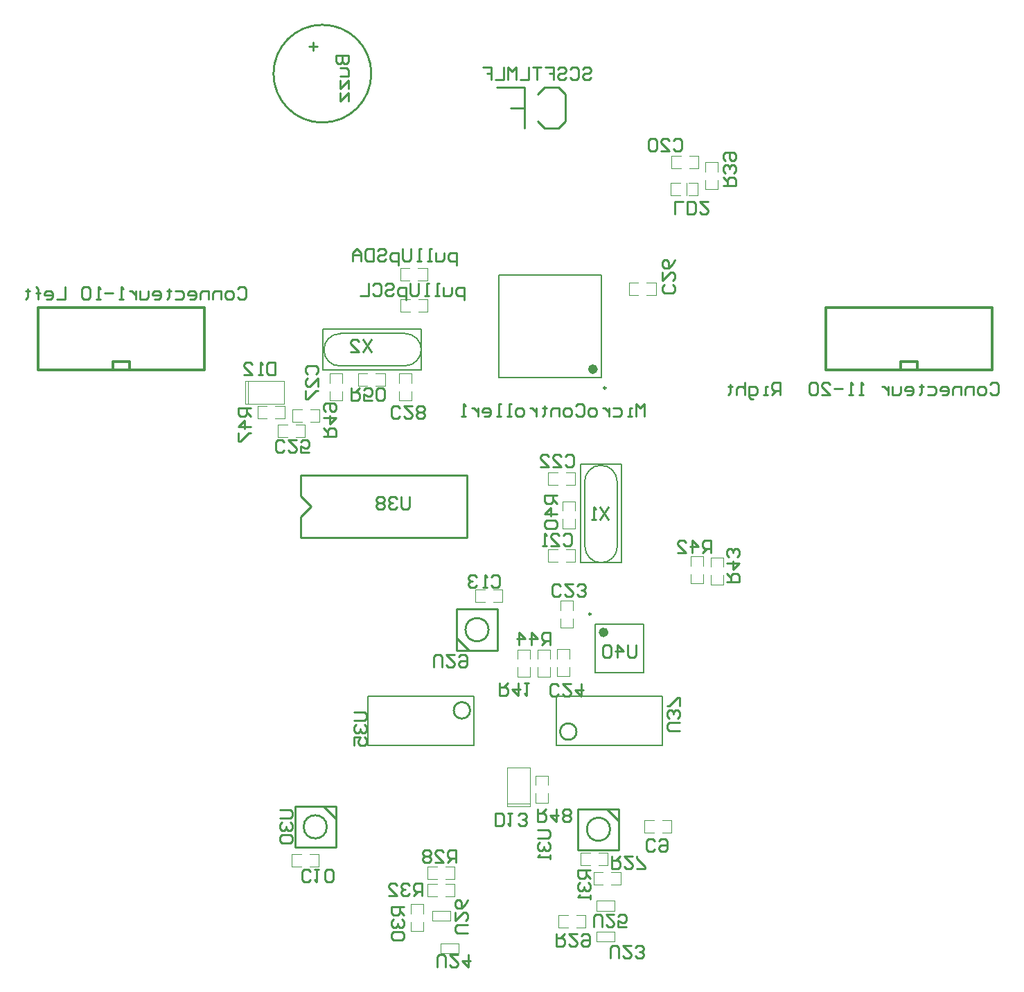
<source format=gbo>
%FSLAX24Y24*%
%MOIN*%
G70*
G01*
G75*
G04 Layer_Color=32896*
%ADD10R,0.0400X0.0500*%
%ADD11R,0.0800X0.0800*%
%ADD12R,0.0500X0.0400*%
%ADD13R,0.0394X0.0787*%
%ADD14R,0.0787X0.0394*%
%ADD15R,0.0433X0.0236*%
%ADD16R,0.0295X0.0118*%
%ADD17R,0.0870X0.0866*%
%ADD18R,0.1335X0.0772*%
%ADD19R,0.0787X0.1378*%
%ADD20R,0.0800X0.0800*%
%ADD21R,0.0394X0.0217*%
G04:AMPARAMS|DCode=22|XSize=90.6mil|YSize=295.3mil|CornerRadius=0mil|HoleSize=0mil|Usage=FLASHONLY|Rotation=167.000|XOffset=0mil|YOffset=0mil|HoleType=Round|Shape=Rectangle|*
%AMROTATEDRECTD22*
4,1,4,0.0773,0.1337,0.0109,-0.1540,-0.0773,-0.1337,-0.0109,0.1540,0.0773,0.1337,0.0*
%
%ADD22ROTATEDRECTD22*%

G04:AMPARAMS|DCode=23|XSize=90.6mil|YSize=295.3mil|CornerRadius=0mil|HoleSize=0mil|Usage=FLASHONLY|Rotation=192.000|XOffset=0mil|YOffset=0mil|HoleType=Round|Shape=Rectangle|*
%AMROTATEDRECTD23*
4,1,4,0.0136,0.1538,0.0750,-0.1350,-0.0136,-0.1538,-0.0750,0.1350,0.0136,0.1538,0.0*
%
%ADD23ROTATEDRECTD23*%

%ADD24R,0.0354X0.0591*%
%ADD25R,0.0236X0.0433*%
%ADD26R,0.0453X0.0591*%
%ADD27R,0.0157X0.0591*%
%ADD28C,0.0250*%
%ADD29C,0.0315*%
%ADD30C,0.0200*%
%ADD31C,0.0120*%
%ADD32C,0.0100*%
%ADD33C,0.0157*%
%ADD34C,0.0500*%
%ADD35C,0.0394*%
%ADD36C,0.0197*%
%ADD37C,0.0238*%
%ADD38C,0.0217*%
%ADD39C,0.0161*%
%ADD40C,0.0150*%
%ADD41C,0.0700*%
%ADD42C,0.0551*%
G04:AMPARAMS|DCode=43|XSize=99.4mil|YSize=60mil|CornerRadius=0mil|HoleSize=0mil|Usage=FLASHONLY|Rotation=45.000|XOffset=0mil|YOffset=0mil|HoleType=Round|Shape=Round|*
%AMOVALD43*
21,1,0.0394,0.0600,0.0000,0.0000,45.0*
1,1,0.0600,-0.0139,-0.0139*
1,1,0.0600,0.0139,0.0139*
%
%ADD43OVALD43*%

G04:AMPARAMS|DCode=44|XSize=99.4mil|YSize=60mil|CornerRadius=0mil|HoleSize=0mil|Usage=FLASHONLY|Rotation=45.000|XOffset=0mil|YOffset=0mil|HoleType=Round|Shape=Rectangle|*
%AMROTATEDRECTD44*
4,1,4,-0.0139,-0.0563,-0.0563,-0.0139,0.0139,0.0563,0.0563,0.0139,-0.0139,-0.0563,0.0*
%
%ADD44ROTATEDRECTD44*%

%ADD45C,0.0600*%
%ADD46C,0.0591*%
%ADD47R,0.0591X0.0591*%
%ADD48R,0.0591X0.0591*%
G04:AMPARAMS|DCode=49|XSize=60mil|YSize=99.4mil|CornerRadius=0mil|HoleSize=0mil|Usage=FLASHONLY|Rotation=20.000|XOffset=0mil|YOffset=0mil|HoleType=Round|Shape=Round|*
%AMOVALD49*
21,1,0.0394,0.0600,0.0000,0.0000,110.0*
1,1,0.0600,0.0067,-0.0185*
1,1,0.0600,-0.0067,0.0185*
%
%ADD49OVALD49*%

G04:AMPARAMS|DCode=50|XSize=60mil|YSize=99.4mil|CornerRadius=0mil|HoleSize=0mil|Usage=FLASHONLY|Rotation=340.000|XOffset=0mil|YOffset=0mil|HoleType=Round|Shape=Round|*
%AMOVALD50*
21,1,0.0394,0.0600,0.0000,0.0000,70.0*
1,1,0.0600,-0.0067,-0.0185*
1,1,0.0600,0.0067,0.0185*
%
%ADD50OVALD50*%

G04:AMPARAMS|DCode=51|XSize=86.6mil|YSize=63mil|CornerRadius=15.7mil|HoleSize=0mil|Usage=FLASHONLY|Rotation=90.000|XOffset=0mil|YOffset=0mil|HoleType=Round|Shape=RoundedRectangle|*
%AMROUNDEDRECTD51*
21,1,0.0866,0.0315,0,0,90.0*
21,1,0.0551,0.0630,0,0,90.0*
1,1,0.0315,0.0157,0.0276*
1,1,0.0315,0.0157,-0.0276*
1,1,0.0315,-0.0157,-0.0276*
1,1,0.0315,-0.0157,0.0276*
%
%ADD51ROUNDEDRECTD51*%
%ADD52C,0.1654*%
%ADD53C,0.0500*%
%ADD54R,0.0591X0.0354*%
%ADD55R,0.0315X0.0354*%
%ADD56R,0.2165X0.0787*%
%ADD57R,0.0866X0.0870*%
%ADD58R,0.0787X0.2165*%
%ADD59O,0.0217X0.0650*%
%ADD60O,0.0650X0.0217*%
%ADD61O,0.0118X0.0709*%
%ADD62O,0.0709X0.0118*%
%ADD63C,0.0120*%
%ADD64C,0.0080*%
%ADD65C,0.0020*%
%ADD66C,0.0079*%
%ADD67C,0.0039*%
%ADD68C,0.0020*%
%ADD69C,0.0061*%
%ADD70R,0.0480X0.0580*%
%ADD71R,0.0880X0.0880*%
%ADD72R,0.0580X0.0480*%
%ADD73R,0.0433X0.0827*%
%ADD74R,0.0827X0.0433*%
%ADD75R,0.0513X0.0316*%
%ADD76R,0.0335X0.0157*%
%ADD77R,0.0950X0.0946*%
%ADD78R,0.1374X0.0811*%
%ADD79R,0.1575X0.2165*%
%ADD80R,0.0880X0.0880*%
%ADD81R,0.0433X0.0256*%
G04:AMPARAMS|DCode=82|XSize=98.6mil|YSize=303.3mil|CornerRadius=0mil|HoleSize=0mil|Usage=FLASHONLY|Rotation=167.000|XOffset=0mil|YOffset=0mil|HoleType=Round|Shape=Rectangle|*
%AMROTATEDRECTD82*
4,1,4,0.0821,0.1367,0.0139,-0.1588,-0.0821,-0.1367,-0.0139,0.1588,0.0821,0.1367,0.0*
%
%ADD82ROTATEDRECTD82*%

G04:AMPARAMS|DCode=83|XSize=98.6mil|YSize=303.3mil|CornerRadius=0mil|HoleSize=0mil|Usage=FLASHONLY|Rotation=192.000|XOffset=0mil|YOffset=0mil|HoleType=Round|Shape=Rectangle|*
%AMROTATEDRECTD83*
4,1,4,0.0167,0.1586,0.0797,-0.1381,-0.0167,-0.1586,-0.0797,0.1381,0.0167,0.1586,0.0*
%
%ADD83ROTATEDRECTD83*%

%ADD84R,0.0434X0.0671*%
%ADD85R,0.0276X0.0472*%
%ADD86R,0.0492X0.0630*%
%ADD87R,0.0197X0.0630*%
%ADD88C,0.0780*%
G04:AMPARAMS|DCode=89|XSize=107.4mil|YSize=68mil|CornerRadius=0mil|HoleSize=0mil|Usage=FLASHONLY|Rotation=45.000|XOffset=0mil|YOffset=0mil|HoleType=Round|Shape=Round|*
%AMOVALD89*
21,1,0.0394,0.0680,0.0000,0.0000,45.0*
1,1,0.0680,-0.0139,-0.0139*
1,1,0.0680,0.0139,0.0139*
%
%ADD89OVALD89*%

G04:AMPARAMS|DCode=90|XSize=107.4mil|YSize=68mil|CornerRadius=0mil|HoleSize=0mil|Usage=FLASHONLY|Rotation=45.000|XOffset=0mil|YOffset=0mil|HoleType=Round|Shape=Rectangle|*
%AMROTATEDRECTD90*
4,1,4,-0.0139,-0.0620,-0.0620,-0.0139,0.0139,0.0620,0.0620,0.0139,-0.0139,-0.0620,0.0*
%
%ADD90ROTATEDRECTD90*%

%ADD91C,0.0680*%
%ADD92C,0.0671*%
%ADD93R,0.0671X0.0671*%
%ADD94R,0.0671X0.0671*%
%ADD95C,0.0080*%
G04:AMPARAMS|DCode=96|XSize=68mil|YSize=107.4mil|CornerRadius=0mil|HoleSize=0mil|Usage=FLASHONLY|Rotation=20.000|XOffset=0mil|YOffset=0mil|HoleType=Round|Shape=Round|*
%AMOVALD96*
21,1,0.0394,0.0680,0.0000,0.0000,110.0*
1,1,0.0680,0.0067,-0.0185*
1,1,0.0680,-0.0067,0.0185*
%
%ADD96OVALD96*%

G04:AMPARAMS|DCode=97|XSize=68mil|YSize=107.4mil|CornerRadius=0mil|HoleSize=0mil|Usage=FLASHONLY|Rotation=340.000|XOffset=0mil|YOffset=0mil|HoleType=Round|Shape=Round|*
%AMOVALD97*
21,1,0.0394,0.0680,0.0000,0.0000,70.0*
1,1,0.0680,-0.0067,-0.0185*
1,1,0.0680,0.0067,0.0185*
%
%ADD97OVALD97*%

G04:AMPARAMS|DCode=98|XSize=90.6mil|YSize=66.9mil|CornerRadius=17.7mil|HoleSize=0mil|Usage=FLASHONLY|Rotation=90.000|XOffset=0mil|YOffset=0mil|HoleType=Round|Shape=RoundedRectangle|*
%AMROUNDEDRECTD98*
21,1,0.0906,0.0315,0,0,90.0*
21,1,0.0551,0.0669,0,0,90.0*
1,1,0.0354,0.0157,0.0276*
1,1,0.0354,0.0157,-0.0276*
1,1,0.0354,-0.0157,-0.0276*
1,1,0.0354,-0.0157,0.0276*
%
%ADD98ROUNDEDRECTD98*%
%ADD99C,0.0630*%
%ADD100C,0.1734*%
%ADD101C,0.0580*%
%ADD102R,0.0671X0.0434*%
%ADD103R,0.0395X0.0434*%
%ADD104R,0.2245X0.0867*%
%ADD105R,0.0946X0.0950*%
%ADD106R,0.0867X0.2245*%
%ADD107O,0.0297X0.0730*%
%ADD108O,0.0730X0.0297*%
%ADD109O,0.0198X0.0789*%
%ADD110O,0.0789X0.0198*%
%ADD111C,0.0050*%
%ADD112C,0.0098*%
%ADD113C,0.0236*%
G54D31*
X22961Y6551D02*
Y9551D01*
X19361Y6551D02*
Y6951D01*
X18561D02*
X19361D01*
X18561Y6551D02*
Y6951D01*
X14961Y6551D02*
X22961D01*
X14961Y9551D02*
X22961D01*
X14961Y6551D02*
Y9551D01*
X-14961Y6551D02*
Y9551D01*
X-18561Y6551D02*
Y6951D01*
X-19361D02*
X-18561D01*
X-19361Y6551D02*
Y6951D01*
X-22961Y6551D02*
X-14961D01*
X-22961Y9551D02*
X-14961D01*
X-22961Y6551D02*
Y9551D01*
G54D32*
X-2165Y-9815D02*
G03*
X-2165Y-9815I-394J0D01*
G01*
X2953Y-10839D02*
G03*
X2953Y-10839I-394J0D01*
G01*
X-1277Y-5934D02*
G03*
X-1277Y-5934I-557J0D01*
G01*
X-9058Y-15419D02*
G03*
X-9058Y-15419I-557J0D01*
G01*
X4567Y-15536D02*
G03*
X4567Y-15536I-557J0D01*
G01*
X-6920Y20821D02*
G03*
X-6920Y20821I-2352J0D01*
G01*
X-2818Y-4949D02*
X-849D01*
X-2818Y-6918D02*
Y-4949D01*
Y-6918D02*
X-849D01*
Y-4949D01*
X-2818Y-6327D02*
X-2227Y-6918D01*
X-10319Y1486D02*
X-2319D01*
Y-1514D02*
Y1486D01*
X-10319Y-1514D02*
X-2319D01*
X-10319D02*
Y-514D01*
X-9819Y-14D01*
X-10319Y486D02*
X-9819Y-14D01*
X-10319Y486D02*
Y1486D01*
X-10599Y-16404D02*
X-8631D01*
Y-14435D01*
X-10599D02*
X-8631D01*
X-10599Y-16404D02*
Y-14435D01*
X-9221D02*
X-8631Y-15026D01*
X3026Y-16520D02*
X4994Y-16520D01*
X4994Y-14552D01*
X3026Y-14552D02*
X4994Y-14552D01*
X3026Y-16520D02*
X3026Y-14552D01*
X4404Y-14552D02*
X4994Y-15142D01*
X7907Y-10805D02*
X7407D01*
X7307Y-10705D01*
Y-10505D01*
X7407Y-10405D01*
X7907D01*
X7807Y-10205D02*
X7907Y-10105D01*
Y-9905D01*
X7807Y-9805D01*
X7707D01*
X7607Y-9905D01*
Y-10005D01*
Y-9905D01*
X7507Y-9805D01*
X7407D01*
X7307Y-9905D01*
Y-10105D01*
X7407Y-10205D01*
X7907Y-9605D02*
Y-9205D01*
X7807D01*
X7407Y-9605D01*
X7307D01*
X-7734Y-9886D02*
X-7234D01*
X-7134Y-9986D01*
Y-10186D01*
X-7234Y-10286D01*
X-7734D01*
X-7634Y-10485D02*
X-7734Y-10585D01*
Y-10785D01*
X-7634Y-10885D01*
X-7534D01*
X-7434Y-10785D01*
Y-10685D01*
Y-10785D01*
X-7334Y-10885D01*
X-7234D01*
X-7134Y-10785D01*
Y-10585D01*
X-7234Y-10485D01*
X-7734Y-11485D02*
Y-11085D01*
X-7434D01*
X-7534Y-11285D01*
Y-11385D01*
X-7434Y-11485D01*
X-7234D01*
X-7134Y-11385D01*
Y-11185D01*
X-7234Y-11085D01*
X-5092Y457D02*
Y-43D01*
X-5192Y-143D01*
X-5392D01*
X-5492Y-43D01*
Y457D01*
X-5692Y357D02*
X-5792Y457D01*
X-5991D01*
X-6091Y357D01*
Y257D01*
X-5991Y157D01*
X-5891D01*
X-5991D01*
X-6091Y57D01*
Y-43D01*
X-5991Y-143D01*
X-5792D01*
X-5692Y-43D01*
X-6291Y357D02*
X-6391Y457D01*
X-6591D01*
X-6691Y357D01*
Y257D01*
X-6591Y157D01*
X-6691Y57D01*
Y-43D01*
X-6591Y-143D01*
X-6391D01*
X-6291Y-43D01*
Y57D01*
X-6391Y157D01*
X-6291Y257D01*
Y357D01*
X-6391Y157D02*
X-6591D01*
X1075Y-15579D02*
X1575D01*
X1675Y-15679D01*
Y-15879D01*
X1575Y-15979D01*
X1075D01*
X1175Y-16179D02*
X1075Y-16279D01*
Y-16479D01*
X1175Y-16579D01*
X1275D01*
X1375Y-16479D01*
Y-16379D01*
Y-16479D01*
X1475Y-16579D01*
X1575D01*
X1675Y-16479D01*
Y-16279D01*
X1575Y-16179D01*
X1675Y-16779D02*
Y-16979D01*
Y-16879D01*
X1075D01*
X1175Y-16779D01*
X-11329Y-14612D02*
X-10829D01*
X-10729Y-14712D01*
Y-14912D01*
X-10829Y-15012D01*
X-11329D01*
X-11229Y-15212D02*
X-11329Y-15312D01*
Y-15512D01*
X-11229Y-15612D01*
X-11129D01*
X-11029Y-15512D01*
Y-15412D01*
Y-15512D01*
X-10929Y-15612D01*
X-10829D01*
X-10729Y-15512D01*
Y-15312D01*
X-10829Y-15212D01*
X-11229Y-15812D02*
X-11329Y-15912D01*
Y-16112D01*
X-11229Y-16211D01*
X-10829D01*
X-10729Y-16112D01*
Y-15912D01*
X-10829Y-15812D01*
X-11229D01*
X-3905Y-7727D02*
Y-7228D01*
X-3805Y-7128D01*
X-3605D01*
X-3505Y-7228D01*
Y-7727D01*
X-2905Y-7128D02*
X-3305D01*
X-2905Y-7527D01*
Y-7627D01*
X-3005Y-7727D01*
X-3205D01*
X-3305Y-7627D01*
X-2706Y-7228D02*
X-2606Y-7128D01*
X-2406D01*
X-2306Y-7228D01*
Y-7627D01*
X-2406Y-7727D01*
X-2606D01*
X-2706Y-7627D01*
Y-7527D01*
X-2606Y-7427D01*
X-2306D01*
X-2290Y-20532D02*
X-2789D01*
X-2889Y-20433D01*
Y-20233D01*
X-2789Y-20133D01*
X-2290D01*
X-2889Y-19533D02*
Y-19933D01*
X-2490Y-19533D01*
X-2390D01*
X-2290Y-19633D01*
Y-19833D01*
X-2390Y-19933D01*
X-2290Y-18933D02*
X-2390Y-19133D01*
X-2589Y-19333D01*
X-2789D01*
X-2889Y-19233D01*
Y-19033D01*
X-2789Y-18933D01*
X-2689D01*
X-2589Y-19033D01*
Y-19333D01*
X3767Y-20218D02*
Y-19718D01*
X3867Y-19618D01*
X4067D01*
X4167Y-19718D01*
Y-20218D01*
X4766Y-19618D02*
X4367D01*
X4766Y-20018D01*
Y-20118D01*
X4666Y-20218D01*
X4467D01*
X4367Y-20118D01*
X5366Y-20218D02*
X4966D01*
Y-19918D01*
X5166Y-20018D01*
X5266D01*
X5366Y-19918D01*
Y-19718D01*
X5266Y-19618D01*
X5066D01*
X4966Y-19718D01*
X-3753Y-22181D02*
Y-21681D01*
X-3653Y-21581D01*
X-3453D01*
X-3353Y-21681D01*
Y-22181D01*
X-2753Y-21581D02*
X-3153D01*
X-2753Y-21981D01*
Y-22081D01*
X-2853Y-22181D01*
X-3053D01*
X-3153Y-22081D01*
X-2254Y-21581D02*
Y-22181D01*
X-2554Y-21881D01*
X-2154D01*
X4586Y-21727D02*
Y-21227D01*
X4686Y-21127D01*
X4886D01*
X4986Y-21227D01*
Y-21727D01*
X5586Y-21127D02*
X5186D01*
X5586Y-21527D01*
Y-21627D01*
X5486Y-21727D01*
X5286D01*
X5186Y-21627D01*
X5786D02*
X5886Y-21727D01*
X6086D01*
X6186Y-21627D01*
Y-21527D01*
X6086Y-21427D01*
X5986D01*
X6086D01*
X6186Y-21327D01*
Y-21227D01*
X6086Y-21127D01*
X5886D01*
X5786Y-21227D01*
X-4488Y-18734D02*
Y-18135D01*
X-4787D01*
X-4887Y-18235D01*
Y-18435D01*
X-4787Y-18535D01*
X-4488D01*
X-4688D02*
X-4887Y-18734D01*
X-5087Y-18235D02*
X-5187Y-18135D01*
X-5387D01*
X-5487Y-18235D01*
Y-18335D01*
X-5387Y-18435D01*
X-5287D01*
X-5387D01*
X-5487Y-18535D01*
Y-18634D01*
X-5387Y-18734D01*
X-5187D01*
X-5087Y-18634D01*
X-6087Y-18734D02*
X-5687D01*
X-6087Y-18335D01*
Y-18235D01*
X-5987Y-18135D01*
X-5787D01*
X-5687Y-18235D01*
X3602Y-17485D02*
X3002D01*
Y-17785D01*
X3102Y-17885D01*
X3302D01*
X3402Y-17785D01*
Y-17485D01*
Y-17685D02*
X3602Y-17885D01*
X3102Y-18085D02*
X3002Y-18185D01*
Y-18385D01*
X3102Y-18485D01*
X3202D01*
X3302Y-18385D01*
Y-18285D01*
Y-18385D01*
X3402Y-18485D01*
X3502D01*
X3602Y-18385D01*
Y-18185D01*
X3502Y-18085D01*
X3602Y-18685D02*
Y-18885D01*
Y-18785D01*
X3002D01*
X3102Y-18685D01*
X-5345Y-19253D02*
X-5945D01*
Y-19553D01*
X-5845Y-19653D01*
X-5645D01*
X-5545Y-19553D01*
Y-19253D01*
Y-19453D02*
X-5345Y-19653D01*
X-5845Y-19853D02*
X-5945Y-19953D01*
Y-20153D01*
X-5845Y-20253D01*
X-5745D01*
X-5645Y-20153D01*
Y-20053D01*
Y-20153D01*
X-5545Y-20253D01*
X-5445D01*
X-5345Y-20153D01*
Y-19953D01*
X-5445Y-19853D01*
X-5845Y-20453D02*
X-5945Y-20553D01*
Y-20753D01*
X-5845Y-20853D01*
X-5445D01*
X-5345Y-20753D01*
Y-20553D01*
X-5445Y-20453D01*
X-5845D01*
X1975Y-20581D02*
Y-21181D01*
X2275D01*
X2374Y-21081D01*
Y-20881D01*
X2275Y-20781D01*
X1975D01*
X2175D02*
X2374Y-20581D01*
X2974D02*
X2574D01*
X2974Y-20981D01*
Y-21081D01*
X2874Y-21181D01*
X2674D01*
X2574Y-21081D01*
X3174Y-20681D02*
X3274Y-20581D01*
X3474D01*
X3574Y-20681D01*
Y-21081D01*
X3474Y-21181D01*
X3274D01*
X3174Y-21081D01*
Y-20981D01*
X3274Y-20881D01*
X3574D01*
X-2865Y-17131D02*
Y-16531D01*
X-3165D01*
X-3265Y-16631D01*
Y-16831D01*
X-3165Y-16931D01*
X-2865D01*
X-3065D02*
X-3265Y-17131D01*
X-3865D02*
X-3465D01*
X-3865Y-16731D01*
Y-16631D01*
X-3765Y-16531D01*
X-3565D01*
X-3465Y-16631D01*
X-4065D02*
X-4165Y-16531D01*
X-4364D01*
X-4464Y-16631D01*
Y-16731D01*
X-4364Y-16831D01*
X-4464Y-16931D01*
Y-17031D01*
X-4364Y-17131D01*
X-4165D01*
X-4065Y-17031D01*
Y-16931D01*
X-4165Y-16831D01*
X-4065Y-16731D01*
Y-16631D01*
X-4165Y-16831D02*
X-4364D01*
X4660Y-16829D02*
Y-17428D01*
X4960D01*
X5060Y-17328D01*
Y-17128D01*
X4960Y-17028D01*
X4660D01*
X4860D02*
X5060Y-16829D01*
X5660D02*
X5260D01*
X5660Y-17228D01*
Y-17328D01*
X5560Y-17428D01*
X5360D01*
X5260Y-17328D01*
X5860Y-17428D02*
X6260D01*
Y-17328D01*
X5860Y-16929D01*
Y-16829D01*
X-1166Y-3399D02*
X-1066Y-3299D01*
X-866D01*
X-766Y-3399D01*
Y-3799D01*
X-866Y-3899D01*
X-1066D01*
X-1166Y-3799D01*
X-1366Y-3899D02*
X-1566D01*
X-1466D01*
Y-3299D01*
X-1366Y-3399D01*
X-1866D02*
X-1966Y-3299D01*
X-2166D01*
X-2266Y-3399D01*
Y-3499D01*
X-2166Y-3599D01*
X-2066D01*
X-2166D01*
X-2266Y-3699D01*
Y-3799D01*
X-2166Y-3899D01*
X-1966D01*
X-1866Y-3799D01*
X-9845Y-17953D02*
X-9945Y-18053D01*
X-10145D01*
X-10245Y-17953D01*
Y-17553D01*
X-10145Y-17453D01*
X-9945D01*
X-9845Y-17553D01*
X-9645Y-17453D02*
X-9446D01*
X-9546D01*
Y-18053D01*
X-9645Y-17953D01*
X-9146D02*
X-9046Y-18053D01*
X-8846D01*
X-8746Y-17953D01*
Y-17553D01*
X-8846Y-17453D01*
X-9046D01*
X-9146Y-17553D01*
Y-17953D01*
X6714Y-16497D02*
X6614Y-16597D01*
X6414D01*
X6314Y-16497D01*
Y-16097D01*
X6414Y-15997D01*
X6614D01*
X6714Y-16097D01*
X6914D02*
X7014Y-15997D01*
X7214D01*
X7314Y-16097D01*
Y-16497D01*
X7214Y-16597D01*
X7014D01*
X6914Y-16497D01*
Y-16397D01*
X7014Y-16297D01*
X7314D01*
X-8629Y21693D02*
X-8029D01*
Y21394D01*
X-8129Y21294D01*
X-8229D01*
X-8329Y21394D01*
Y21693D01*
Y21394D01*
X-8429Y21294D01*
X-8529D01*
X-8629Y21394D01*
Y21693D01*
X-8429Y21094D02*
X-8129D01*
X-8029Y20994D01*
Y20694D01*
X-8429D01*
Y20494D02*
Y20094D01*
X-8029Y20494D01*
Y20094D01*
X-8429Y19894D02*
Y19494D01*
X-8029Y19894D01*
Y19494D01*
X-6932Y8038D02*
X-7332Y7438D01*
Y8038D02*
X-6932Y7438D01*
X-7932D02*
X-7532D01*
X-7932Y7838D01*
Y7938D01*
X-7832Y8038D01*
X-7632D01*
X-7532Y7938D01*
X4499Y-20D02*
X4099Y-619D01*
Y-20D02*
X4499Y-619D01*
X3899D02*
X3699D01*
X3799D01*
Y-20D01*
X3899Y-120D01*
X5813Y-6663D02*
Y-7163D01*
X5713Y-7263D01*
X5513D01*
X5413Y-7163D01*
Y-6663D01*
X4913Y-7263D02*
Y-6663D01*
X5213Y-6963D01*
X4814D01*
X4614Y-6763D02*
X4514Y-6663D01*
X4314D01*
X4214Y-6763D01*
Y-7163D01*
X4314Y-7263D01*
X4514D01*
X4614Y-7163D01*
Y-6763D01*
X-7886Y5692D02*
Y5092D01*
X-7586D01*
X-7486Y5192D01*
Y5392D01*
X-7586Y5492D01*
X-7886D01*
X-7686D02*
X-7486Y5692D01*
X-6886Y5092D02*
X-7286D01*
Y5392D01*
X-7086Y5292D01*
X-6986D01*
X-6886Y5392D01*
Y5592D01*
X-6986Y5692D01*
X-7186D01*
X-7286Y5592D01*
X-6686Y5192D02*
X-6586Y5092D01*
X-6387D01*
X-6287Y5192D01*
Y5592D01*
X-6387Y5692D01*
X-6586D01*
X-6686Y5592D01*
Y5192D01*
X-9210Y3373D02*
X-8610D01*
Y3673D01*
X-8710Y3773D01*
X-8910D01*
X-9010Y3673D01*
Y3373D01*
Y3573D02*
X-9210Y3773D01*
Y4273D02*
X-8610D01*
X-8910Y3973D01*
Y4373D01*
X-9110Y4573D02*
X-9210Y4673D01*
Y4873D01*
X-9110Y4973D01*
X-8710D01*
X-8610Y4873D01*
Y4673D01*
X-8710Y4573D01*
X-8810D01*
X-8910Y4673D01*
Y4973D01*
X1072Y-14570D02*
Y-15169D01*
X1372D01*
X1472Y-15069D01*
Y-14870D01*
X1372Y-14770D01*
X1072D01*
X1272D02*
X1472Y-14570D01*
X1971D02*
Y-15169D01*
X1671Y-14870D01*
X2071D01*
X2271Y-15069D02*
X2371Y-15169D01*
X2571D01*
X2671Y-15069D01*
Y-14970D01*
X2571Y-14870D01*
X2671Y-14770D01*
Y-14670D01*
X2571Y-14570D01*
X2371D01*
X2271Y-14670D01*
Y-14770D01*
X2371Y-14870D01*
X2271Y-14970D01*
Y-15069D01*
X2371Y-14870D02*
X2571D01*
X-12707Y4742D02*
X-13306D01*
Y4442D01*
X-13206Y4342D01*
X-13006D01*
X-12906Y4442D01*
Y4742D01*
Y4542D02*
X-12707Y4342D01*
Y3842D02*
X-13306D01*
X-13006Y4142D01*
Y3742D01*
X-13306Y3542D02*
Y3142D01*
X-13206D01*
X-12807Y3542D01*
X-12707D01*
X1681Y-6666D02*
Y-6067D01*
X1381D01*
X1281Y-6166D01*
Y-6366D01*
X1381Y-6466D01*
X1681D01*
X1481D02*
X1281Y-6666D01*
X781D02*
Y-6067D01*
X1081Y-6366D01*
X681D01*
X181Y-6666D02*
Y-6067D01*
X481Y-6366D01*
X81D01*
X10184Y-3628D02*
X10784D01*
Y-3328D01*
X10684Y-3228D01*
X10484D01*
X10384Y-3328D01*
Y-3628D01*
Y-3428D02*
X10184Y-3228D01*
Y-2729D02*
X10784D01*
X10484Y-3028D01*
Y-2629D01*
X10684Y-2429D02*
X10784Y-2329D01*
Y-2129D01*
X10684Y-2029D01*
X10584D01*
X10484Y-2129D01*
Y-2229D01*
Y-2129D01*
X10384Y-2029D01*
X10284D01*
X10184Y-2129D01*
Y-2329D01*
X10284Y-2429D01*
X9429Y-2243D02*
Y-1643D01*
X9129D01*
X9029Y-1743D01*
Y-1943D01*
X9129Y-2043D01*
X9429D01*
X9229D02*
X9029Y-2243D01*
X8529D02*
Y-1643D01*
X8829Y-1943D01*
X8429D01*
X7829Y-2243D02*
X8229D01*
X7829Y-1843D01*
Y-1743D01*
X7929Y-1643D01*
X8129D01*
X8229Y-1743D01*
X-741Y-8498D02*
Y-9098D01*
X-441D01*
X-341Y-8998D01*
Y-8798D01*
X-441Y-8698D01*
X-741D01*
X-541D02*
X-341Y-8498D01*
X159D02*
Y-9098D01*
X-141Y-8798D01*
X259D01*
X459Y-8498D02*
X659D01*
X559D01*
Y-9098D01*
X459Y-8998D01*
X2001Y546D02*
X1401D01*
Y246D01*
X1501Y146D01*
X1701D01*
X1801Y246D01*
Y546D01*
Y346D02*
X2001Y146D01*
Y-353D02*
X1401D01*
X1701Y-54D01*
Y-453D01*
X1501Y-653D02*
X1401Y-753D01*
Y-953D01*
X1501Y-1053D01*
X1901D01*
X2001Y-953D01*
Y-753D01*
X1901Y-653D01*
X1501D01*
X10031Y15418D02*
X10631D01*
Y15718D01*
X10531Y15818D01*
X10331D01*
X10231Y15718D01*
Y15418D01*
Y15618D02*
X10031Y15818D01*
X10531Y16018D02*
X10631Y16118D01*
Y16318D01*
X10531Y16418D01*
X10431D01*
X10331Y16318D01*
Y16218D01*
Y16318D01*
X10231Y16418D01*
X10131D01*
X10031Y16318D01*
Y16118D01*
X10131Y16018D01*
Y16618D02*
X10031Y16718D01*
Y16918D01*
X10131Y17018D01*
X10531D01*
X10631Y16918D01*
Y16718D01*
X10531Y16618D01*
X10431D01*
X10331Y16718D01*
Y17018D01*
X-2826Y11587D02*
Y12186D01*
X-3125D01*
X-3225Y12087D01*
Y11887D01*
X-3125Y11787D01*
X-2826D01*
X-3425Y12186D02*
Y11887D01*
X-3525Y11787D01*
X-3825D01*
Y12186D01*
X-4025Y11787D02*
X-4225D01*
X-4125D01*
Y12386D01*
X-4025D01*
X-4525Y11787D02*
X-4725D01*
X-4625D01*
Y12386D01*
X-4525D01*
X-5025D02*
Y11887D01*
X-5125Y11787D01*
X-5325D01*
X-5425Y11887D01*
Y12386D01*
X-5625Y11587D02*
Y12186D01*
X-5925D01*
X-6025Y12087D01*
Y11887D01*
X-5925Y11787D01*
X-5625D01*
X-6624Y12286D02*
X-6524Y12386D01*
X-6324D01*
X-6224Y12286D01*
Y12186D01*
X-6324Y12087D01*
X-6524D01*
X-6624Y11987D01*
Y11887D01*
X-6524Y11787D01*
X-6324D01*
X-6224Y11887D01*
X-6824Y12386D02*
Y11787D01*
X-7124D01*
X-7224Y11887D01*
Y12286D01*
X-7124Y12386D01*
X-6824D01*
X-7424Y11787D02*
Y12186D01*
X-7624Y12386D01*
X-7824Y12186D01*
Y11787D01*
Y12087D01*
X-7424D01*
X-2451Y9933D02*
Y10532D01*
X-2750D01*
X-2850Y10432D01*
Y10232D01*
X-2750Y10132D01*
X-2451D01*
X-3050Y10532D02*
Y10232D01*
X-3150Y10132D01*
X-3450D01*
Y10532D01*
X-3650Y10132D02*
X-3850D01*
X-3750D01*
Y10732D01*
X-3650D01*
X-4150Y10132D02*
X-4350D01*
X-4250D01*
Y10732D01*
X-4150D01*
X-4650D02*
Y10232D01*
X-4750Y10132D01*
X-4950D01*
X-5050Y10232D01*
Y10732D01*
X-5250Y9933D02*
Y10532D01*
X-5550D01*
X-5650Y10432D01*
Y10232D01*
X-5550Y10132D01*
X-5250D01*
X-6249Y10632D02*
X-6149Y10732D01*
X-5949D01*
X-5849Y10632D01*
Y10532D01*
X-5949Y10432D01*
X-6149D01*
X-6249Y10332D01*
Y10232D01*
X-6149Y10132D01*
X-5949D01*
X-5849Y10232D01*
X-6849Y10632D02*
X-6749Y10732D01*
X-6549D01*
X-6449Y10632D01*
Y10232D01*
X-6549Y10132D01*
X-6749D01*
X-6849Y10232D01*
X-7049Y10732D02*
Y10132D01*
X-7449D01*
X6203Y4321D02*
Y4921D01*
X6003Y4721D01*
X5803Y4921D01*
Y4321D01*
X5603D02*
X5403D01*
X5503D01*
Y4721D01*
X5603D01*
X4703D02*
X5003D01*
X5103Y4621D01*
Y4421D01*
X5003Y4321D01*
X4703D01*
X4503Y4721D02*
Y4321D01*
Y4521D01*
X4404Y4621D01*
X4304Y4721D01*
X4204D01*
X3804Y4321D02*
X3604D01*
X3504Y4421D01*
Y4621D01*
X3604Y4721D01*
X3804D01*
X3904Y4621D01*
Y4421D01*
X3804Y4321D01*
X2904Y4821D02*
X3004Y4921D01*
X3204D01*
X3304Y4821D01*
Y4421D01*
X3204Y4321D01*
X3004D01*
X2904Y4421D01*
X2604Y4321D02*
X2404D01*
X2304Y4421D01*
Y4621D01*
X2404Y4721D01*
X2604D01*
X2704Y4621D01*
Y4421D01*
X2604Y4321D01*
X2104D02*
Y4721D01*
X1804D01*
X1704Y4621D01*
Y4321D01*
X1405Y4821D02*
Y4721D01*
X1504D01*
X1305D01*
X1405D01*
Y4421D01*
X1305Y4321D01*
X1005Y4721D02*
Y4321D01*
Y4521D01*
X905Y4621D01*
X805Y4721D01*
X705D01*
X305Y4321D02*
X105D01*
X5Y4421D01*
Y4621D01*
X105Y4721D01*
X305D01*
X405Y4621D01*
Y4421D01*
X305Y4321D01*
X-195D02*
X-395D01*
X-295D01*
Y4921D01*
X-195D01*
X-695Y4321D02*
X-895D01*
X-795D01*
Y4921D01*
X-695D01*
X-1495Y4321D02*
X-1295D01*
X-1195Y4421D01*
Y4621D01*
X-1295Y4721D01*
X-1495D01*
X-1595Y4621D01*
Y4521D01*
X-1195D01*
X-1794Y4721D02*
Y4321D01*
Y4521D01*
X-1894Y4621D01*
X-1994Y4721D01*
X-2094D01*
X-2394Y4321D02*
X-2594D01*
X-2494D01*
Y4921D01*
X-2394Y4821D01*
X7678Y14051D02*
Y14651D01*
X8078D01*
X8278Y14051D02*
Y14651D01*
X8578D01*
X8678Y14551D01*
Y14151D01*
X8578Y14051D01*
X8278D01*
X9278Y14651D02*
X8878D01*
X9278Y14251D01*
Y14151D01*
X9178Y14051D01*
X8978D01*
X8878Y14151D01*
X-13363Y10460D02*
X-13263Y10560D01*
X-13063D01*
X-12963Y10460D01*
Y10060D01*
X-13063Y9960D01*
X-13263D01*
X-13363Y10060D01*
X-13663Y9960D02*
X-13863D01*
X-13963Y10060D01*
Y10260D01*
X-13863Y10360D01*
X-13663D01*
X-13563Y10260D01*
Y10060D01*
X-13663Y9960D01*
X-14163D02*
Y10360D01*
X-14463D01*
X-14563Y10260D01*
Y9960D01*
X-14763D02*
Y10360D01*
X-15063D01*
X-15163Y10260D01*
Y9960D01*
X-15663D02*
X-15463D01*
X-15363Y10060D01*
Y10260D01*
X-15463Y10360D01*
X-15663D01*
X-15762Y10260D01*
Y10160D01*
X-15363D01*
X-16362Y10360D02*
X-16062D01*
X-15962Y10260D01*
Y10060D01*
X-16062Y9960D01*
X-16362D01*
X-16662Y10460D02*
Y10360D01*
X-16562D01*
X-16762D01*
X-16662D01*
Y10060D01*
X-16762Y9960D01*
X-17362D02*
X-17162D01*
X-17062Y10060D01*
Y10260D01*
X-17162Y10360D01*
X-17362D01*
X-17462Y10260D01*
Y10160D01*
X-17062D01*
X-17662Y10360D02*
Y10060D01*
X-17762Y9960D01*
X-18062D01*
Y10360D01*
X-18262D02*
Y9960D01*
Y10160D01*
X-18362Y10260D01*
X-18462Y10360D01*
X-18562D01*
X-18861Y9960D02*
X-19061D01*
X-18961D01*
Y10560D01*
X-18861Y10460D01*
X-19361Y10260D02*
X-19761D01*
X-19961Y9960D02*
X-20161D01*
X-20061D01*
Y10560D01*
X-19961Y10460D01*
X-20461D02*
X-20561Y10560D01*
X-20761D01*
X-20861Y10460D01*
Y10060D01*
X-20761Y9960D01*
X-20561D01*
X-20461Y10060D01*
Y10460D01*
X-21661Y10560D02*
Y9960D01*
X-22060D01*
X-22560D02*
X-22360D01*
X-22260Y10060D01*
Y10260D01*
X-22360Y10360D01*
X-22560D01*
X-22660Y10260D01*
Y10160D01*
X-22260D01*
X-22960Y9960D02*
Y10460D01*
Y10260D01*
X-22860D01*
X-23060D01*
X-22960D01*
Y10460D01*
X-23060Y10560D01*
X-23460Y10460D02*
Y10360D01*
X-23360D01*
X-23560D01*
X-23460D01*
Y10060D01*
X-23560Y9960D01*
X22860Y5855D02*
X22960Y5955D01*
X23159D01*
X23259Y5855D01*
Y5455D01*
X23159Y5355D01*
X22960D01*
X22860Y5455D01*
X22560Y5355D02*
X22360D01*
X22260Y5455D01*
Y5655D01*
X22360Y5755D01*
X22560D01*
X22660Y5655D01*
Y5455D01*
X22560Y5355D01*
X22060D02*
Y5755D01*
X21760D01*
X21660Y5655D01*
Y5355D01*
X21460D02*
Y5755D01*
X21160D01*
X21060Y5655D01*
Y5355D01*
X20560D02*
X20760D01*
X20860Y5455D01*
Y5655D01*
X20760Y5755D01*
X20560D01*
X20460Y5655D01*
Y5555D01*
X20860D01*
X19861Y5755D02*
X20160D01*
X20260Y5655D01*
Y5455D01*
X20160Y5355D01*
X19861D01*
X19561Y5855D02*
Y5755D01*
X19661D01*
X19461D01*
X19561D01*
Y5455D01*
X19461Y5355D01*
X18861D02*
X19061D01*
X19161Y5455D01*
Y5655D01*
X19061Y5755D01*
X18861D01*
X18761Y5655D01*
Y5555D01*
X19161D01*
X18561Y5755D02*
Y5455D01*
X18461Y5355D01*
X18161D01*
Y5755D01*
X17961D02*
Y5355D01*
Y5555D01*
X17861Y5655D01*
X17761Y5755D01*
X17661D01*
X16762Y5355D02*
X16562D01*
X16662D01*
Y5955D01*
X16762Y5855D01*
X16262Y5355D02*
X16062D01*
X16162D01*
Y5955D01*
X16262Y5855D01*
X15762Y5655D02*
X15362D01*
X14762Y5355D02*
X15162D01*
X14762Y5755D01*
Y5855D01*
X14862Y5955D01*
X15062D01*
X15162Y5855D01*
X14562D02*
X14462Y5955D01*
X14262D01*
X14162Y5855D01*
Y5455D01*
X14262Y5355D01*
X14462D01*
X14562Y5455D01*
Y5855D01*
X12763Y5355D02*
Y5955D01*
X12463D01*
X12363Y5855D01*
Y5655D01*
X12463Y5555D01*
X12763D01*
X12563D02*
X12363Y5355D01*
X12163D02*
X11963D01*
X12063D01*
Y5755D01*
X12163D01*
X11463Y5155D02*
X11363D01*
X11263Y5255D01*
Y5755D01*
X11563D01*
X11663Y5655D01*
Y5455D01*
X11563Y5355D01*
X11263D01*
X11063Y5955D02*
Y5355D01*
Y5655D01*
X10963Y5755D01*
X10763D01*
X10664Y5655D01*
Y5355D01*
X10364Y5855D02*
Y5755D01*
X10464D01*
X10264D01*
X10364D01*
Y5455D01*
X10264Y5355D01*
X-951Y-15354D02*
Y-14754D01*
X-651D01*
X-551Y-14854D01*
Y-15254D01*
X-651Y-15354D01*
X-951D01*
X-351Y-14754D02*
X-151D01*
X-251D01*
Y-15354D01*
X-351Y-15254D01*
X148D02*
X248Y-15354D01*
X448D01*
X548Y-15254D01*
Y-15154D01*
X448Y-15054D01*
X348D01*
X448D01*
X548Y-14954D01*
Y-14854D01*
X448Y-14754D01*
X248D01*
X148Y-14854D01*
X-11539Y6916D02*
Y6316D01*
X-11839D01*
X-11939Y6416D01*
Y6816D01*
X-11839Y6916D01*
X-11539D01*
X-12139Y6316D02*
X-12339D01*
X-12239D01*
Y6916D01*
X-12139Y6816D01*
X-13038Y6316D02*
X-12638D01*
X-13038Y6716D01*
Y6816D01*
X-12938Y6916D01*
X-12738D01*
X-12638Y6816D01*
X-5538Y4324D02*
X-5638Y4224D01*
X-5838D01*
X-5938Y4324D01*
Y4724D01*
X-5838Y4824D01*
X-5638D01*
X-5538Y4724D01*
X-4938Y4824D02*
X-5338D01*
X-4938Y4424D01*
Y4324D01*
X-5038Y4224D01*
X-5238D01*
X-5338Y4324D01*
X-4738D02*
X-4638Y4224D01*
X-4438D01*
X-4339Y4324D01*
Y4424D01*
X-4438Y4524D01*
X-4339Y4624D01*
Y4724D01*
X-4438Y4824D01*
X-4638D01*
X-4738Y4724D01*
Y4624D01*
X-4638Y4524D01*
X-4738Y4424D01*
Y4324D01*
X-4638Y4524D02*
X-4438D01*
X-9985Y6372D02*
X-10085Y6472D01*
Y6672D01*
X-9985Y6772D01*
X-9585D01*
X-9485Y6672D01*
Y6472D01*
X-9585Y6372D01*
X-9485Y5772D02*
Y6172D01*
X-9885Y5772D01*
X-9985D01*
X-10085Y5872D01*
Y6072D01*
X-9985Y6172D01*
X-10085Y5572D02*
Y5172D01*
X-9985D01*
X-9585Y5572D01*
X-9485D01*
X7597Y10666D02*
X7697Y10566D01*
Y10366D01*
X7597Y10266D01*
X7197D01*
X7097Y10366D01*
Y10566D01*
X7197Y10666D01*
X7097Y11265D02*
Y10866D01*
X7497Y11265D01*
X7597D01*
X7697Y11166D01*
Y10966D01*
X7597Y10866D01*
X7697Y11865D02*
X7597Y11665D01*
X7397Y11465D01*
X7197D01*
X7097Y11565D01*
Y11765D01*
X7197Y11865D01*
X7297D01*
X7397Y11765D01*
Y11465D01*
X-11102Y2685D02*
X-11202Y2585D01*
X-11402D01*
X-11502Y2685D01*
Y3085D01*
X-11402Y3185D01*
X-11202D01*
X-11102Y3085D01*
X-10503Y3185D02*
X-10903D01*
X-10503Y2785D01*
Y2685D01*
X-10603Y2585D01*
X-10803D01*
X-10903Y2685D01*
X-9903Y2585D02*
X-10303D01*
Y2885D01*
X-10103Y2785D01*
X-10003D01*
X-9903Y2885D01*
Y3085D01*
X-10003Y3185D01*
X-10203D01*
X-10303Y3085D01*
X2093Y-9037D02*
X1993Y-9137D01*
X1793D01*
X1693Y-9037D01*
Y-8637D01*
X1793Y-8537D01*
X1993D01*
X2093Y-8637D01*
X2693Y-8537D02*
X2293D01*
X2693Y-8937D01*
Y-9037D01*
X2593Y-9137D01*
X2393D01*
X2293Y-9037D01*
X3193Y-8537D02*
Y-9137D01*
X2893Y-8837D01*
X3293D01*
X2170Y-4233D02*
X2070Y-4332D01*
X1870D01*
X1770Y-4233D01*
Y-3833D01*
X1870Y-3733D01*
X2070D01*
X2170Y-3833D01*
X2770Y-3733D02*
X2370D01*
X2770Y-4133D01*
Y-4233D01*
X2670Y-4332D01*
X2470D01*
X2370Y-4233D01*
X2970D02*
X3070Y-4332D01*
X3270D01*
X3370Y-4233D01*
Y-4133D01*
X3270Y-4033D01*
X3170D01*
X3270D01*
X3370Y-3933D01*
Y-3833D01*
X3270Y-3733D01*
X3070D01*
X2970Y-3833D01*
X2408Y2404D02*
X2508Y2504D01*
X2708D01*
X2808Y2404D01*
Y2004D01*
X2708Y1904D01*
X2508D01*
X2408Y2004D01*
X1808Y1904D02*
X2208D01*
X1808Y2304D01*
Y2404D01*
X1908Y2504D01*
X2108D01*
X2208Y2404D01*
X1208Y1904D02*
X1608D01*
X1208Y2304D01*
Y2404D01*
X1308Y2504D01*
X1508D01*
X1608Y2404D01*
X2306Y-1388D02*
X2406Y-1288D01*
X2606D01*
X2706Y-1388D01*
Y-1788D01*
X2606Y-1888D01*
X2406D01*
X2306Y-1788D01*
X1706Y-1888D02*
X2106D01*
X1706Y-1488D01*
Y-1388D01*
X1806Y-1288D01*
X2006D01*
X2106Y-1388D01*
X1506Y-1888D02*
X1306D01*
X1406D01*
Y-1288D01*
X1506Y-1388D01*
X7619Y17607D02*
X7719Y17707D01*
X7919D01*
X8019Y17607D01*
Y17207D01*
X7919Y17107D01*
X7719D01*
X7619Y17207D01*
X7020Y17107D02*
X7419D01*
X7020Y17507D01*
Y17607D01*
X7120Y17707D01*
X7320D01*
X7419Y17607D01*
X6820D02*
X6720Y17707D01*
X6520D01*
X6420Y17607D01*
Y17207D01*
X6520Y17107D01*
X6720D01*
X6820Y17207D01*
Y17607D01*
X1090Y19833D02*
X1418Y20161D01*
X2074D01*
X2402Y19833D01*
Y18521D01*
X2074Y18193D01*
X1418D01*
X1090Y18521D01*
X-877Y20161D02*
X434D01*
Y19177D01*
X-221D01*
X434D01*
Y18193D01*
X3245Y21047D02*
X3345Y21147D01*
X3545D01*
X3645Y21047D01*
Y20947D01*
X3545Y20847D01*
X3345D01*
X3245Y20747D01*
Y20647D01*
X3345Y20547D01*
X3545D01*
X3645Y20647D01*
X2645Y21047D02*
X2745Y21147D01*
X2945D01*
X3045Y21047D01*
Y20647D01*
X2945Y20547D01*
X2745D01*
X2645Y20647D01*
X2045Y21047D02*
X2145Y21147D01*
X2345D01*
X2445Y21047D01*
Y20947D01*
X2345Y20847D01*
X2145D01*
X2045Y20747D01*
Y20647D01*
X2145Y20547D01*
X2345D01*
X2445Y20647D01*
X1445Y21147D02*
X1845D01*
Y20847D01*
X1645D01*
X1845D01*
Y20547D01*
X1245Y21147D02*
X846D01*
X1046D01*
Y20547D01*
X646Y21147D02*
Y20547D01*
X246D01*
X46D02*
Y21147D01*
X-154Y20947D01*
X-354Y21147D01*
Y20547D01*
X-554Y21147D02*
Y20547D01*
X-954D01*
X-1554Y21147D02*
X-1154D01*
Y20847D01*
X-1354D01*
X-1154D01*
Y20547D01*
X-9722Y22321D02*
Y21921D01*
X-9922Y22121D02*
X-9522D01*
G54D65*
X-1065Y-4002D02*
X-615D01*
Y-4602D02*
Y-4002D01*
X-1915Y-4602D02*
X-1465D01*
X-1915D02*
Y-4002D01*
X-1465D01*
X-1065Y-4602D02*
X-615D01*
X4630Y-17595D02*
X5080D01*
Y-18195D02*
Y-17595D01*
X3780Y-18195D02*
X4230D01*
X3780D02*
Y-17595D01*
X4230D01*
X4630Y-18195D02*
X5080D01*
X2099Y-20280D02*
X2549D01*
X2099D02*
Y-19680D01*
X2949D02*
X3399D01*
Y-20280D02*
Y-19680D01*
X2949Y-20280D02*
X3399D01*
X2099Y-19680D02*
X2549D01*
X3155Y-17256D02*
X3605D01*
X3155D02*
Y-16657D01*
X4005D02*
X4455D01*
Y-17256D02*
Y-16657D01*
X4005Y-17256D02*
X4455D01*
X3155Y-16657D02*
X3605D01*
X-3365Y-18184D02*
X-2915D01*
Y-18784D02*
Y-18184D01*
X-4215Y-18784D02*
X-3765D01*
X-4215D02*
Y-18184D01*
X-3765D01*
X-3365Y-18784D02*
X-2915D01*
X-5021Y-19600D02*
Y-19150D01*
X-4421D01*
Y-20450D02*
Y-20000D01*
X-5021Y-20450D02*
X-4421D01*
X-5021D02*
Y-20000D01*
X-4421Y-19600D02*
Y-19150D01*
X-4202Y-17924D02*
X-3752D01*
X-4202D02*
Y-17324D01*
X-3352D02*
X-2902D01*
Y-17924D02*
Y-17324D01*
X-3352Y-17924D02*
X-2902D01*
X-4202Y-17324D02*
X-3752D01*
X2172Y-4999D02*
Y-4549D01*
X2772D01*
Y-5849D02*
Y-5399D01*
X2172Y-5849D02*
X2772D01*
X2172D02*
Y-5399D01*
X2772Y-4999D02*
Y-4549D01*
X2029Y-7318D02*
Y-6868D01*
X2629D01*
Y-8168D02*
Y-7718D01*
X2029Y-8168D02*
X2629D01*
X2029D02*
Y-7718D01*
X2629Y-7318D02*
Y-6868D01*
X133Y-7349D02*
Y-6899D01*
X733D01*
Y-8199D02*
Y-7749D01*
X133Y-8199D02*
X733D01*
X133D02*
Y-7749D01*
X733Y-7349D02*
Y-6899D01*
X10008Y-3754D02*
Y-3304D01*
X9408Y-3754D02*
X10008D01*
X9408Y-2904D02*
Y-2454D01*
X10008D01*
Y-2904D02*
Y-2454D01*
X9408Y-3754D02*
Y-3304D01*
X1689Y-8200D02*
Y-7750D01*
X1089Y-8200D02*
X1689D01*
X1089Y-7350D02*
Y-6900D01*
X1689D01*
Y-7350D02*
Y-6900D01*
X1089Y-8200D02*
Y-7750D01*
X9062Y-3714D02*
Y-3264D01*
X8462Y-3714D02*
X9062D01*
X8462Y-2864D02*
Y-2414D01*
X9062D01*
Y-2864D02*
Y-2414D01*
X8462Y-3714D02*
Y-3264D01*
X8347Y14962D02*
X8797D01*
X7497Y15562D02*
X7947D01*
X7497Y14962D02*
Y15562D01*
Y14962D02*
X7947D01*
X8797D02*
Y15562D01*
X8347D02*
X8797D01*
X9747Y15264D02*
Y15714D01*
X9147Y15264D02*
X9747D01*
X9147Y16114D02*
Y16564D01*
X9747D01*
Y16114D02*
Y16564D01*
X9147Y15264D02*
Y15714D01*
X7530Y16256D02*
X7980D01*
X7530D02*
Y16856D01*
X8380D02*
X8830D01*
Y16256D02*
Y16856D01*
X8380Y16256D02*
X8830D01*
X7530Y16856D02*
X7980D01*
X2445Y-2056D02*
X2895D01*
Y-2656D02*
Y-2056D01*
X1595Y-2656D02*
X2045D01*
X1595D02*
Y-2056D01*
X2045D01*
X2445Y-2656D02*
X2895D01*
X2445Y1623D02*
X2895D01*
Y1023D02*
Y1623D01*
X1595Y1023D02*
X2045D01*
X1595D02*
Y1623D01*
X2045D01*
X2445Y1023D02*
X2895D01*
X-5529Y10866D02*
X-5079D01*
X-5529D02*
Y11466D01*
X-4679D02*
X-4229D01*
Y10866D02*
Y11466D01*
X-4679Y10866D02*
X-4229D01*
X-5529Y11466D02*
X-5079D01*
X-11406Y3342D02*
X-10956D01*
X-11406D02*
Y3942D01*
X-10556D02*
X-10106D01*
Y3342D02*
Y3942D01*
X-10556Y3342D02*
X-10106D01*
X-11406Y3942D02*
X-10956D01*
X-9852Y4653D02*
X-9402D01*
Y4053D02*
Y4653D01*
X-10702Y4053D02*
X-10252D01*
X-10702D02*
Y4653D01*
X-10252D01*
X-9852Y4053D02*
X-9402D01*
X5482Y10181D02*
X5932D01*
X5482D02*
Y10781D01*
X6332D02*
X6782D01*
Y10181D02*
Y10781D01*
X6332Y10181D02*
X6782D01*
X5482Y10781D02*
X5932D01*
X-8920Y5943D02*
Y6393D01*
X-8320D01*
Y5093D02*
Y5543D01*
X-8920Y5093D02*
X-8320D01*
X-8920D02*
Y5543D01*
X-8320Y5943D02*
Y6393D01*
X-6702D02*
X-6252D01*
Y5793D02*
Y6393D01*
X-7552Y5793D02*
X-7102D01*
X-7552D02*
Y6393D01*
X-7102D01*
X-6702Y5793D02*
X-6252D01*
X-5503Y9356D02*
X-5053D01*
X-5503D02*
Y9956D01*
X-4653D02*
X-4203D01*
Y9356D02*
Y9956D01*
X-4653Y9356D02*
X-4203D01*
X-5503Y9956D02*
X-5053D01*
X-5577Y5943D02*
Y6393D01*
X-4977D01*
Y5093D02*
Y5543D01*
X-5577Y5093D02*
X-4977D01*
X-5577D02*
Y5543D01*
X-4977Y5943D02*
Y6393D01*
X987Y-13405D02*
Y-12955D01*
X1587D01*
Y-14255D02*
Y-13805D01*
X987Y-14255D02*
X1587D01*
X987D02*
Y-13805D01*
X1587Y-13405D02*
Y-12955D01*
X2897Y-1058D02*
Y-608D01*
X2297Y-1058D02*
X2897D01*
X2297Y-208D02*
Y242D01*
X2897D01*
Y-208D02*
Y242D01*
X2297Y-1058D02*
Y-608D01*
X-11542Y4827D02*
X-11092D01*
Y4227D02*
Y4827D01*
X-12392Y4227D02*
X-11942D01*
X-12392D02*
Y4827D01*
X-11942D01*
X-11542Y4227D02*
X-11092D01*
X6219Y-15692D02*
X6669D01*
X6219D02*
Y-15092D01*
X7069D02*
X7519D01*
Y-15692D02*
Y-15092D01*
X7069Y-15692D02*
X7519D01*
X6219Y-15092D02*
X6669D01*
X-10735Y-17330D02*
X-10285D01*
X-10735D02*
Y-16730D01*
X-9885D02*
X-9435D01*
Y-17330D02*
Y-16730D01*
X-9885Y-17330D02*
X-9435D01*
X-10735Y-16730D02*
X-10285D01*
G54D66*
X-7087Y-9146D02*
X-1969D01*
X-7087Y-11508D02*
Y-9146D01*
Y-11508D02*
X-1969D01*
Y-9146D01*
X1969Y-11508D02*
X7087D01*
Y-9146D01*
X1969Y-9146D02*
X7087D01*
X1969Y-11508D02*
Y-9146D01*
X3861Y-5667D02*
X6184D01*
X3861Y-7990D02*
X6184D01*
X3861D02*
Y-5667D01*
X6184Y-7990D02*
Y-5667D01*
X-785Y6209D02*
X4136D01*
X-785Y11131D02*
X4136D01*
Y6209D02*
Y11131D01*
X-785Y6209D02*
Y11131D01*
G54D67*
X3927Y-20472D02*
X4793D01*
Y-20945D02*
Y-20472D01*
X3927Y-20945D02*
X4793D01*
X3927Y-20945D02*
Y-20472D01*
X3923Y-18984D02*
X4789D01*
Y-19457D02*
Y-18984D01*
X3923Y-19457D02*
X4789D01*
X3923Y-19457D02*
Y-18984D01*
X-3593Y-21019D02*
X-2727D01*
Y-21491D02*
Y-21019D01*
X-3593Y-21491D02*
X-2727D01*
X-3593Y-21491D02*
Y-21019D01*
X-3994Y-19468D02*
X-3128D01*
Y-19941D02*
Y-19468D01*
X-3994Y-19941D02*
X-3128D01*
X-3994Y-19941D02*
Y-19468D01*
X-370Y-14294D02*
X733D01*
X-370Y-14441D02*
X733D01*
Y-12571D01*
X-370D02*
X733D01*
X-370Y-14441D02*
Y-12571D01*
X-12839Y4939D02*
Y6042D01*
X-12986Y4939D02*
Y6042D01*
Y4939D02*
X-11116D01*
Y6042D01*
X-12986D02*
X-11116D01*
G54D68*
X8247Y14962D02*
Y15562D01*
G54D111*
X-8424Y8310D02*
G03*
X-8415Y6755I0J-778D01*
G01*
X-5294Y6765D02*
G03*
X-5304Y8320I0J778D01*
G01*
X4905Y1199D02*
G03*
X3350Y1189I-778J0D01*
G01*
X3360Y-1931D02*
G03*
X4915Y-1921I778J0D01*
G01*
X-8415Y6755D02*
X-8405Y6765D01*
X-5294D01*
X-8424Y8310D02*
X-8415Y8320D01*
X-5304D01*
X-9241Y6568D02*
X-4517D01*
X-9241D02*
Y8537D01*
X-9241D02*
X-4517D01*
Y6568D02*
Y8537D01*
X3350Y1189D02*
X3360Y1179D01*
Y-1931D02*
Y1179D01*
X4905Y1199D02*
X4915Y1189D01*
Y-1921D02*
Y1189D01*
X3163Y-2709D02*
Y2016D01*
X5132D01*
Y-2709D02*
Y2016D01*
X3163Y-2709D02*
X5132D01*
G54D112*
X3645Y-5175D02*
G03*
X3645Y-5175I-49J0D01*
G01*
X4362Y5698D02*
G03*
X4362Y5698I-49J0D01*
G01*
G54D113*
X4373Y-6061D02*
G03*
X4373Y-6061I-118J0D01*
G01*
X3860Y6603D02*
G03*
X3860Y6603I-118J0D01*
G01*
M02*

</source>
